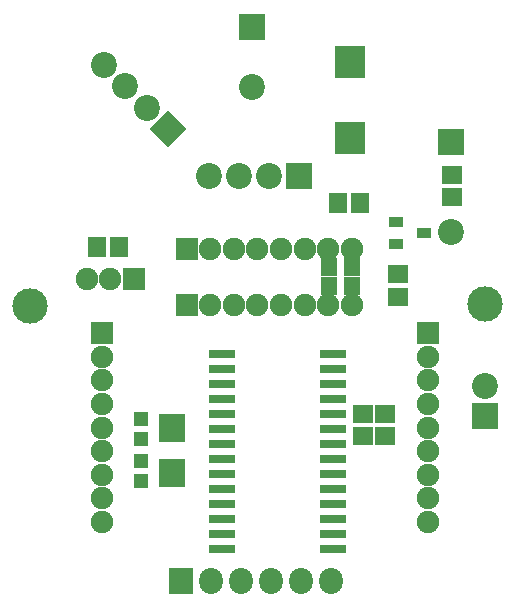
<source format=gbr>
G04 DipTrace 3.2.0.1*
G04 BottomMask.gbr*
%MOIN*%
G04 #@! TF.FileFunction,Soldermask,Bot*
G04 #@! TF.Part,Single*
%AMOUTLINE7*
4,1,4,
0.000709,0.061241,
0.061241,-0.000709,
-0.000709,-0.061241,
-0.061241,0.000709,
0.000709,0.061241,
0*%
%AMOUTLINE10*
4,1,4,
-0.037402,0.037402,
0.037402,0.037402,
0.037402,-0.037402,
-0.037402,-0.037402,
-0.037402,0.037402,
0*%
%ADD42R,0.07874X0.086614*%
%ADD44C,0.11811*%
%ADD51R,0.086614X0.094488*%
%ADD58R,0.086614X0.031496*%
%ADD60R,0.049213X0.033465*%
%ADD62C,0.086614*%
%ADD64O,0.07874X0.086614*%
%ADD67C,0.074803*%
%ADD69R,0.074803X0.074803*%
%ADD71R,0.055118X0.062992*%
%ADD73R,0.059055X0.066929*%
%ADD75R,0.102362X0.110236*%
%ADD76C,0.086614*%
%ADD78R,0.086614X0.086614*%
%ADD80R,0.066929X0.059055*%
%ADD82R,0.047244X0.051181*%
%ADD93OUTLINE7*%
%ADD96OUTLINE10*%
%FSLAX26Y26*%
G04*
G70*
G90*
G75*
G01*
G04 BotMask*
%LPD*%
D82*
X659565Y661573D3*
Y594643D3*
Y454573D3*
Y521502D3*
D78*
X1031316Y1966573D3*
D76*
Y1766573D3*
D80*
X1400065Y604073D3*
Y678876D3*
D75*
X1356316Y1597823D3*
Y1849805D3*
D73*
X587565Y1235323D3*
X512762D3*
D80*
X1475065Y679073D3*
Y604269D3*
D71*
X1362565Y1104073D3*
Y1167065D3*
X1287565Y1104073D3*
Y1167065D3*
D69*
X812565Y1229073D3*
D67*
X891305D3*
X970046D3*
X1048786D3*
X1127526D3*
X1206266D3*
X1285006D3*
X1363746D3*
D69*
X812565Y1041573D3*
D67*
X891305D3*
X970046D3*
X1048786D3*
X1127526D3*
X1206266D3*
X1285006D3*
X1363746D3*
D42*
X793816Y122822D3*
D64*
X893816D3*
X993816D3*
X1093816D3*
X1193816D3*
X1293816D3*
D78*
X1187565Y1472822D3*
D62*
X1087565D3*
X987565D3*
X887565D3*
D78*
X1806315Y672822D3*
D62*
Y772822D3*
D69*
X1618815Y947822D3*
D67*
Y869082D3*
Y790342D3*
Y711601D3*
Y632861D3*
Y554121D3*
Y475381D3*
Y396641D3*
Y317901D3*
D69*
X531316Y947822D3*
D67*
Y869082D3*
Y790342D3*
Y711601D3*
Y632861D3*
Y554121D3*
Y475381D3*
Y396641D3*
Y317901D3*
D78*
X1694061Y1584289D3*
D62*
Y1285076D3*
D60*
X1511975Y1244722D3*
Y1319525D3*
X1602526Y1282124D3*
D80*
X1696030Y1400234D3*
Y1475037D3*
D73*
X1390565Y1381573D3*
X1315762D3*
D80*
X1515912Y1069525D3*
Y1144328D3*
D58*
X931316Y229073D3*
Y279073D3*
Y329073D3*
Y379073D3*
Y429073D3*
Y479073D3*
Y529073D3*
Y579073D3*
Y629073D3*
Y679073D3*
Y729073D3*
Y779073D3*
Y829073D3*
Y879073D3*
X1301395D3*
Y829073D3*
Y779073D3*
Y729073D3*
Y679073D3*
Y629073D3*
Y579073D3*
Y529073D3*
Y479073D3*
Y429073D3*
Y379073D3*
Y329073D3*
Y279073D3*
Y229073D3*
D93*
X750066Y1629058D3*
D76*
X679060Y1699504D3*
X608066Y1769933D3*
X537050Y1840369D3*
D96*
X637565Y1129073D3*
D67*
X558825D3*
X480085D3*
D51*
X764565Y482447D3*
Y632053D3*
D44*
X290518Y1037489D3*
X1805872Y1043384D3*
M02*

</source>
